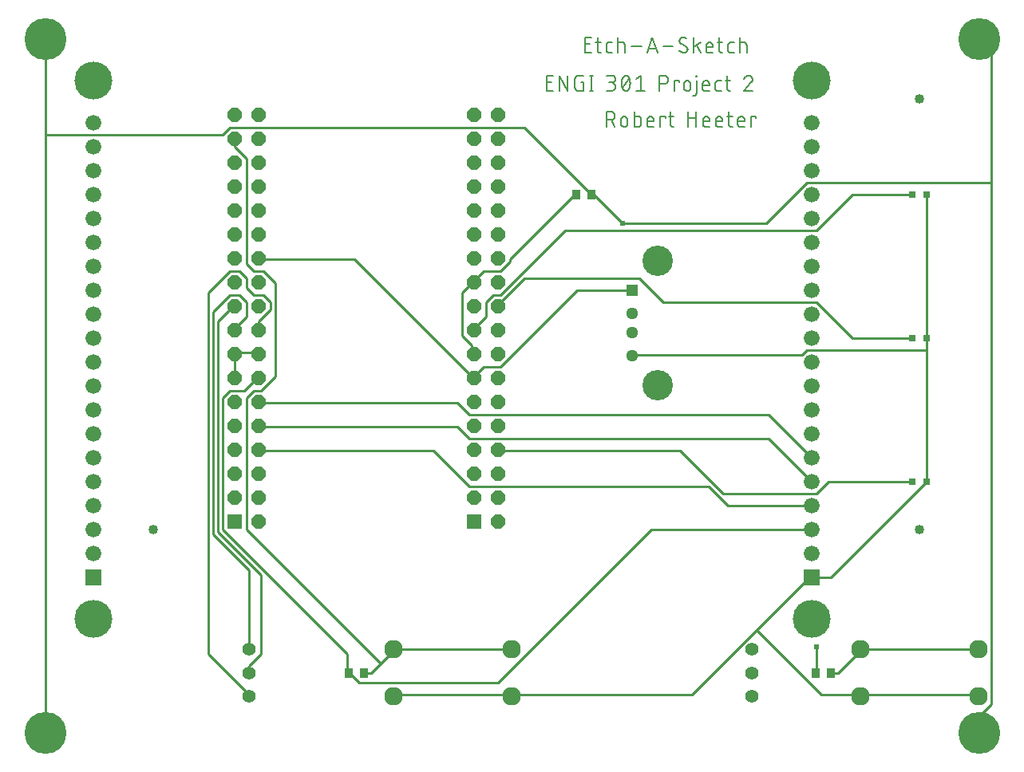
<source format=gbr>
G04 EAGLE Gerber RS-274X export*
G75*
%MOMM*%
%FSLAX34Y34*%
%LPD*%
%INTop Copper*%
%IPPOS*%
%AMOC8*
5,1,8,0,0,1.08239X$1,22.5*%
G01*
%ADD10C,0.152400*%
%ADD11R,0.800000X0.800000*%
%ADD12C,1.016000*%
%ADD13R,1.676400X1.676400*%
%ADD14C,1.676400*%
%ADD15C,4.016000*%
%ADD16R,1.288000X1.288000*%
%ADD17C,1.288000*%
%ADD18C,3.220000*%
%ADD19C,4.445000*%
%ADD20C,1.400000*%
%ADD21R,0.949959X1.031241*%
%ADD22C,1.960000*%
%ADD23R,1.524000X1.524000*%
%ADD24P,1.649562X8X112.500000*%
%ADD25C,0.254000*%
%ADD26C,0.609600*%


D10*
X617587Y760222D02*
X610362Y760222D01*
X610362Y776478D01*
X617587Y776478D01*
X615781Y769253D02*
X610362Y769253D01*
X621922Y771059D02*
X627341Y771059D01*
X623728Y776478D02*
X623728Y762931D01*
X623729Y762931D02*
X623731Y762830D01*
X623737Y762729D01*
X623746Y762628D01*
X623759Y762527D01*
X623776Y762427D01*
X623797Y762328D01*
X623821Y762230D01*
X623849Y762133D01*
X623881Y762036D01*
X623916Y761941D01*
X623955Y761848D01*
X623997Y761756D01*
X624043Y761665D01*
X624092Y761577D01*
X624144Y761490D01*
X624200Y761405D01*
X624258Y761322D01*
X624320Y761242D01*
X624385Y761164D01*
X624452Y761088D01*
X624522Y761015D01*
X624595Y760945D01*
X624671Y760878D01*
X624749Y760813D01*
X624829Y760751D01*
X624912Y760693D01*
X624997Y760637D01*
X625084Y760585D01*
X625172Y760536D01*
X625263Y760490D01*
X625355Y760448D01*
X625448Y760409D01*
X625543Y760374D01*
X625640Y760342D01*
X625737Y760314D01*
X625835Y760290D01*
X625934Y760269D01*
X626034Y760252D01*
X626135Y760239D01*
X626236Y760230D01*
X626337Y760224D01*
X626438Y760222D01*
X627341Y760222D01*
X635846Y760222D02*
X639458Y760222D01*
X635846Y760222D02*
X635745Y760224D01*
X635644Y760230D01*
X635543Y760239D01*
X635442Y760252D01*
X635342Y760269D01*
X635243Y760290D01*
X635145Y760314D01*
X635048Y760342D01*
X634951Y760374D01*
X634856Y760409D01*
X634763Y760448D01*
X634671Y760490D01*
X634580Y760536D01*
X634492Y760585D01*
X634405Y760637D01*
X634320Y760693D01*
X634237Y760751D01*
X634157Y760813D01*
X634079Y760878D01*
X634003Y760945D01*
X633930Y761015D01*
X633860Y761088D01*
X633793Y761164D01*
X633728Y761242D01*
X633666Y761322D01*
X633608Y761405D01*
X633552Y761490D01*
X633500Y761577D01*
X633451Y761665D01*
X633405Y761756D01*
X633363Y761848D01*
X633324Y761941D01*
X633289Y762036D01*
X633257Y762133D01*
X633229Y762230D01*
X633205Y762328D01*
X633184Y762427D01*
X633167Y762527D01*
X633154Y762628D01*
X633145Y762729D01*
X633139Y762830D01*
X633137Y762931D01*
X633137Y768350D01*
X633139Y768451D01*
X633145Y768552D01*
X633154Y768653D01*
X633167Y768754D01*
X633184Y768854D01*
X633205Y768953D01*
X633229Y769051D01*
X633257Y769148D01*
X633289Y769245D01*
X633324Y769340D01*
X633363Y769433D01*
X633405Y769525D01*
X633451Y769616D01*
X633500Y769705D01*
X633552Y769791D01*
X633608Y769876D01*
X633666Y769959D01*
X633728Y770039D01*
X633793Y770117D01*
X633860Y770193D01*
X633930Y770266D01*
X634003Y770336D01*
X634079Y770403D01*
X634157Y770468D01*
X634237Y770530D01*
X634320Y770588D01*
X634405Y770644D01*
X634492Y770696D01*
X634580Y770745D01*
X634671Y770791D01*
X634763Y770833D01*
X634856Y770872D01*
X634951Y770907D01*
X635048Y770939D01*
X635145Y770967D01*
X635243Y770991D01*
X635342Y771012D01*
X635442Y771029D01*
X635543Y771042D01*
X635644Y771051D01*
X635745Y771057D01*
X635846Y771059D01*
X639458Y771059D01*
X645624Y776478D02*
X645624Y760222D01*
X645624Y771059D02*
X650140Y771059D01*
X650244Y771057D01*
X650347Y771051D01*
X650451Y771041D01*
X650554Y771027D01*
X650656Y771009D01*
X650757Y770988D01*
X650858Y770962D01*
X650957Y770933D01*
X651056Y770900D01*
X651153Y770863D01*
X651248Y770822D01*
X651342Y770778D01*
X651434Y770730D01*
X651524Y770679D01*
X651613Y770624D01*
X651699Y770566D01*
X651782Y770504D01*
X651864Y770440D01*
X651942Y770372D01*
X652018Y770302D01*
X652092Y770229D01*
X652162Y770152D01*
X652230Y770074D01*
X652294Y769992D01*
X652356Y769909D01*
X652414Y769823D01*
X652469Y769734D01*
X652520Y769644D01*
X652568Y769552D01*
X652612Y769458D01*
X652653Y769363D01*
X652690Y769266D01*
X652723Y769167D01*
X652752Y769068D01*
X652778Y768967D01*
X652799Y768866D01*
X652817Y768764D01*
X652831Y768661D01*
X652841Y768557D01*
X652847Y768454D01*
X652849Y768350D01*
X652849Y760222D01*
X659970Y766544D02*
X670807Y766544D01*
X676643Y760222D02*
X682062Y776478D01*
X687481Y760222D01*
X686126Y764286D02*
X677998Y764286D01*
X693317Y766544D02*
X704154Y766544D01*
X715791Y760222D02*
X715909Y760224D01*
X716027Y760230D01*
X716145Y760239D01*
X716262Y760253D01*
X716379Y760270D01*
X716496Y760291D01*
X716611Y760316D01*
X716726Y760345D01*
X716840Y760378D01*
X716952Y760414D01*
X717063Y760454D01*
X717173Y760497D01*
X717282Y760544D01*
X717389Y760594D01*
X717494Y760649D01*
X717597Y760706D01*
X717698Y760767D01*
X717798Y760831D01*
X717895Y760898D01*
X717990Y760968D01*
X718082Y761042D01*
X718173Y761118D01*
X718260Y761198D01*
X718345Y761280D01*
X718427Y761365D01*
X718507Y761452D01*
X718583Y761543D01*
X718657Y761635D01*
X718727Y761730D01*
X718794Y761827D01*
X718858Y761927D01*
X718919Y762028D01*
X718976Y762131D01*
X719031Y762236D01*
X719081Y762343D01*
X719128Y762452D01*
X719171Y762562D01*
X719211Y762673D01*
X719247Y762785D01*
X719280Y762899D01*
X719309Y763014D01*
X719334Y763129D01*
X719355Y763246D01*
X719372Y763363D01*
X719386Y763480D01*
X719395Y763598D01*
X719401Y763716D01*
X719403Y763834D01*
X715791Y760222D02*
X715608Y760224D01*
X715426Y760231D01*
X715244Y760242D01*
X715062Y760257D01*
X714880Y760277D01*
X714699Y760300D01*
X714519Y760329D01*
X714339Y760361D01*
X714160Y760398D01*
X713983Y760439D01*
X713806Y760485D01*
X713630Y760534D01*
X713456Y760588D01*
X713282Y760646D01*
X713111Y760708D01*
X712941Y760774D01*
X712772Y760845D01*
X712605Y760919D01*
X712440Y760997D01*
X712277Y761079D01*
X712116Y761165D01*
X711957Y761255D01*
X711800Y761349D01*
X711646Y761446D01*
X711494Y761547D01*
X711344Y761652D01*
X711197Y761760D01*
X711053Y761871D01*
X710911Y761986D01*
X710772Y762105D01*
X710636Y762227D01*
X710503Y762352D01*
X710373Y762480D01*
X710824Y772866D02*
X710826Y772984D01*
X710832Y773102D01*
X710841Y773220D01*
X710855Y773337D01*
X710872Y773454D01*
X710893Y773571D01*
X710918Y773686D01*
X710947Y773801D01*
X710980Y773915D01*
X711016Y774027D01*
X711056Y774138D01*
X711099Y774248D01*
X711146Y774357D01*
X711196Y774464D01*
X711251Y774569D01*
X711308Y774672D01*
X711369Y774773D01*
X711433Y774873D01*
X711500Y774970D01*
X711570Y775065D01*
X711644Y775157D01*
X711720Y775248D01*
X711800Y775335D01*
X711882Y775420D01*
X711967Y775502D01*
X712054Y775582D01*
X712145Y775658D01*
X712237Y775732D01*
X712332Y775802D01*
X712429Y775869D01*
X712529Y775933D01*
X712630Y775994D01*
X712733Y776052D01*
X712838Y776106D01*
X712945Y776156D01*
X713054Y776203D01*
X713164Y776247D01*
X713275Y776286D01*
X713388Y776322D01*
X713501Y776355D01*
X713616Y776384D01*
X713731Y776409D01*
X713848Y776430D01*
X713965Y776447D01*
X714082Y776461D01*
X714200Y776470D01*
X714318Y776476D01*
X714436Y776478D01*
X714597Y776476D01*
X714759Y776470D01*
X714920Y776461D01*
X715081Y776447D01*
X715241Y776430D01*
X715401Y776409D01*
X715561Y776384D01*
X715720Y776355D01*
X715878Y776323D01*
X716035Y776287D01*
X716191Y776247D01*
X716347Y776203D01*
X716501Y776155D01*
X716654Y776104D01*
X716806Y776050D01*
X716957Y775991D01*
X717106Y775930D01*
X717253Y775864D01*
X717399Y775795D01*
X717544Y775723D01*
X717686Y775647D01*
X717827Y775568D01*
X717966Y775486D01*
X718102Y775400D01*
X718237Y775311D01*
X718370Y775219D01*
X718500Y775123D01*
X712629Y769705D02*
X712528Y769767D01*
X712428Y769832D01*
X712331Y769901D01*
X712236Y769973D01*
X712143Y770047D01*
X712053Y770125D01*
X711965Y770206D01*
X711880Y770289D01*
X711798Y770375D01*
X711719Y770464D01*
X711642Y770555D01*
X711569Y770649D01*
X711498Y770745D01*
X711431Y770843D01*
X711367Y770943D01*
X711306Y771046D01*
X711249Y771150D01*
X711195Y771256D01*
X711145Y771364D01*
X711098Y771473D01*
X711054Y771584D01*
X711014Y771696D01*
X710978Y771810D01*
X710946Y771924D01*
X710917Y772040D01*
X710892Y772156D01*
X710871Y772273D01*
X710854Y772391D01*
X710840Y772509D01*
X710831Y772628D01*
X710825Y772747D01*
X710823Y772866D01*
X717597Y766995D02*
X717698Y766933D01*
X717798Y766868D01*
X717895Y766799D01*
X717990Y766727D01*
X718083Y766653D01*
X718173Y766575D01*
X718261Y766494D01*
X718346Y766411D01*
X718428Y766325D01*
X718507Y766236D01*
X718584Y766145D01*
X718657Y766051D01*
X718728Y765955D01*
X718795Y765857D01*
X718859Y765757D01*
X718920Y765654D01*
X718977Y765550D01*
X719031Y765444D01*
X719081Y765336D01*
X719128Y765227D01*
X719172Y765116D01*
X719212Y765004D01*
X719248Y764890D01*
X719280Y764776D01*
X719309Y764660D01*
X719334Y764544D01*
X719355Y764427D01*
X719372Y764309D01*
X719386Y764191D01*
X719395Y764072D01*
X719401Y763953D01*
X719403Y763834D01*
X717597Y766995D02*
X712630Y769705D01*
X726033Y776478D02*
X726033Y760222D01*
X726033Y765641D02*
X733258Y771059D01*
X729194Y767898D02*
X733258Y760222D01*
X741600Y760222D02*
X746115Y760222D01*
X741600Y760222D02*
X741499Y760224D01*
X741398Y760230D01*
X741297Y760239D01*
X741196Y760252D01*
X741096Y760269D01*
X740997Y760290D01*
X740899Y760314D01*
X740802Y760342D01*
X740705Y760374D01*
X740610Y760409D01*
X740517Y760448D01*
X740425Y760490D01*
X740334Y760536D01*
X740246Y760585D01*
X740159Y760637D01*
X740074Y760693D01*
X739991Y760751D01*
X739911Y760813D01*
X739833Y760878D01*
X739757Y760945D01*
X739684Y761015D01*
X739614Y761088D01*
X739547Y761164D01*
X739482Y761242D01*
X739420Y761322D01*
X739362Y761405D01*
X739306Y761490D01*
X739254Y761577D01*
X739205Y761665D01*
X739159Y761756D01*
X739117Y761848D01*
X739078Y761941D01*
X739043Y762036D01*
X739011Y762133D01*
X738983Y762230D01*
X738959Y762328D01*
X738938Y762427D01*
X738921Y762527D01*
X738908Y762628D01*
X738899Y762729D01*
X738893Y762830D01*
X738891Y762931D01*
X738890Y762931D02*
X738890Y767447D01*
X738891Y767447D02*
X738893Y767566D01*
X738899Y767686D01*
X738909Y767805D01*
X738923Y767923D01*
X738940Y768042D01*
X738962Y768159D01*
X738987Y768276D01*
X739017Y768391D01*
X739050Y768506D01*
X739087Y768620D01*
X739127Y768732D01*
X739172Y768843D01*
X739220Y768952D01*
X739271Y769060D01*
X739326Y769166D01*
X739385Y769270D01*
X739447Y769372D01*
X739512Y769472D01*
X739581Y769570D01*
X739653Y769666D01*
X739728Y769759D01*
X739805Y769849D01*
X739886Y769937D01*
X739970Y770022D01*
X740057Y770104D01*
X740146Y770184D01*
X740238Y770260D01*
X740332Y770334D01*
X740429Y770404D01*
X740527Y770471D01*
X740628Y770535D01*
X740732Y770595D01*
X740837Y770652D01*
X740944Y770705D01*
X741052Y770755D01*
X741162Y770801D01*
X741274Y770843D01*
X741387Y770882D01*
X741501Y770917D01*
X741616Y770948D01*
X741733Y770976D01*
X741850Y770999D01*
X741967Y771019D01*
X742086Y771035D01*
X742205Y771047D01*
X742324Y771055D01*
X742443Y771059D01*
X742563Y771059D01*
X742682Y771055D01*
X742801Y771047D01*
X742920Y771035D01*
X743039Y771019D01*
X743156Y770999D01*
X743273Y770976D01*
X743390Y770948D01*
X743505Y770917D01*
X743619Y770882D01*
X743732Y770843D01*
X743844Y770801D01*
X743954Y770755D01*
X744062Y770705D01*
X744169Y770652D01*
X744274Y770595D01*
X744378Y770535D01*
X744479Y770471D01*
X744577Y770404D01*
X744674Y770334D01*
X744768Y770260D01*
X744860Y770184D01*
X744949Y770104D01*
X745036Y770022D01*
X745120Y769937D01*
X745201Y769849D01*
X745278Y769759D01*
X745353Y769666D01*
X745425Y769570D01*
X745494Y769472D01*
X745559Y769372D01*
X745621Y769270D01*
X745680Y769166D01*
X745735Y769060D01*
X745786Y768952D01*
X745834Y768843D01*
X745879Y768732D01*
X745919Y768620D01*
X745956Y768506D01*
X745989Y768391D01*
X746019Y768276D01*
X746044Y768159D01*
X746066Y768042D01*
X746083Y767923D01*
X746097Y767805D01*
X746107Y767686D01*
X746113Y767566D01*
X746115Y767447D01*
X746115Y765641D01*
X738890Y765641D01*
X751140Y771059D02*
X756559Y771059D01*
X752946Y776478D02*
X752946Y762931D01*
X752947Y762931D02*
X752949Y762830D01*
X752955Y762729D01*
X752964Y762628D01*
X752977Y762527D01*
X752994Y762427D01*
X753015Y762328D01*
X753039Y762230D01*
X753067Y762133D01*
X753099Y762036D01*
X753134Y761941D01*
X753173Y761848D01*
X753215Y761756D01*
X753261Y761665D01*
X753310Y761577D01*
X753362Y761490D01*
X753418Y761405D01*
X753476Y761322D01*
X753538Y761242D01*
X753603Y761164D01*
X753670Y761088D01*
X753740Y761015D01*
X753813Y760945D01*
X753889Y760878D01*
X753967Y760813D01*
X754047Y760751D01*
X754130Y760693D01*
X754215Y760637D01*
X754302Y760585D01*
X754390Y760536D01*
X754481Y760490D01*
X754573Y760448D01*
X754666Y760409D01*
X754761Y760374D01*
X754858Y760342D01*
X754955Y760314D01*
X755053Y760290D01*
X755152Y760269D01*
X755252Y760252D01*
X755353Y760239D01*
X755454Y760230D01*
X755555Y760224D01*
X755656Y760222D01*
X756559Y760222D01*
X765064Y760222D02*
X768676Y760222D01*
X765064Y760222D02*
X764963Y760224D01*
X764862Y760230D01*
X764761Y760239D01*
X764660Y760252D01*
X764560Y760269D01*
X764461Y760290D01*
X764363Y760314D01*
X764266Y760342D01*
X764169Y760374D01*
X764074Y760409D01*
X763981Y760448D01*
X763889Y760490D01*
X763798Y760536D01*
X763710Y760585D01*
X763623Y760637D01*
X763538Y760693D01*
X763455Y760751D01*
X763375Y760813D01*
X763297Y760878D01*
X763221Y760945D01*
X763148Y761015D01*
X763078Y761088D01*
X763011Y761164D01*
X762946Y761242D01*
X762884Y761322D01*
X762826Y761405D01*
X762770Y761490D01*
X762718Y761577D01*
X762669Y761665D01*
X762623Y761756D01*
X762581Y761848D01*
X762542Y761941D01*
X762507Y762036D01*
X762475Y762133D01*
X762447Y762230D01*
X762423Y762328D01*
X762402Y762427D01*
X762385Y762527D01*
X762372Y762628D01*
X762363Y762729D01*
X762357Y762830D01*
X762355Y762931D01*
X762355Y768350D01*
X762357Y768451D01*
X762363Y768552D01*
X762372Y768653D01*
X762385Y768754D01*
X762402Y768854D01*
X762423Y768953D01*
X762447Y769051D01*
X762475Y769148D01*
X762507Y769245D01*
X762542Y769340D01*
X762581Y769433D01*
X762623Y769525D01*
X762669Y769616D01*
X762718Y769705D01*
X762770Y769791D01*
X762826Y769876D01*
X762884Y769959D01*
X762946Y770039D01*
X763011Y770117D01*
X763078Y770193D01*
X763148Y770266D01*
X763221Y770336D01*
X763297Y770403D01*
X763375Y770468D01*
X763455Y770530D01*
X763538Y770588D01*
X763623Y770644D01*
X763710Y770696D01*
X763798Y770745D01*
X763889Y770791D01*
X763981Y770833D01*
X764074Y770872D01*
X764169Y770907D01*
X764266Y770939D01*
X764363Y770967D01*
X764461Y770991D01*
X764560Y771012D01*
X764660Y771029D01*
X764761Y771042D01*
X764862Y771051D01*
X764963Y771057D01*
X765064Y771059D01*
X768676Y771059D01*
X774842Y776478D02*
X774842Y760222D01*
X774842Y771059D02*
X779358Y771059D01*
X779462Y771057D01*
X779565Y771051D01*
X779669Y771041D01*
X779772Y771027D01*
X779874Y771009D01*
X779975Y770988D01*
X780076Y770962D01*
X780175Y770933D01*
X780274Y770900D01*
X780371Y770863D01*
X780466Y770822D01*
X780560Y770778D01*
X780652Y770730D01*
X780742Y770679D01*
X780831Y770624D01*
X780917Y770566D01*
X781000Y770504D01*
X781082Y770440D01*
X781160Y770372D01*
X781236Y770302D01*
X781310Y770229D01*
X781380Y770152D01*
X781448Y770074D01*
X781512Y769992D01*
X781574Y769909D01*
X781632Y769823D01*
X781687Y769734D01*
X781738Y769644D01*
X781786Y769552D01*
X781830Y769458D01*
X781871Y769363D01*
X781908Y769266D01*
X781941Y769167D01*
X781970Y769068D01*
X781996Y768967D01*
X782017Y768866D01*
X782035Y768764D01*
X782049Y768661D01*
X782059Y768557D01*
X782065Y768454D01*
X782067Y768350D01*
X782067Y760222D01*
X576947Y719582D02*
X569722Y719582D01*
X569722Y735838D01*
X576947Y735838D01*
X575141Y728613D02*
X569722Y728613D01*
X583239Y735838D02*
X583239Y719582D01*
X592270Y719582D02*
X583239Y735838D01*
X592270Y735838D02*
X592270Y719582D01*
X606234Y728613D02*
X608944Y728613D01*
X608944Y719582D01*
X603525Y719582D01*
X603407Y719584D01*
X603289Y719590D01*
X603171Y719599D01*
X603054Y719613D01*
X602937Y719630D01*
X602820Y719651D01*
X602705Y719676D01*
X602590Y719705D01*
X602476Y719738D01*
X602364Y719774D01*
X602253Y719814D01*
X602143Y719857D01*
X602034Y719904D01*
X601927Y719954D01*
X601822Y720009D01*
X601719Y720066D01*
X601618Y720127D01*
X601518Y720191D01*
X601421Y720258D01*
X601326Y720328D01*
X601234Y720402D01*
X601143Y720478D01*
X601056Y720558D01*
X600971Y720640D01*
X600889Y720725D01*
X600809Y720812D01*
X600733Y720903D01*
X600659Y720995D01*
X600589Y721090D01*
X600522Y721187D01*
X600458Y721287D01*
X600397Y721388D01*
X600340Y721491D01*
X600285Y721596D01*
X600235Y721703D01*
X600188Y721812D01*
X600145Y721922D01*
X600105Y722033D01*
X600069Y722145D01*
X600036Y722259D01*
X600007Y722374D01*
X599982Y722489D01*
X599961Y722606D01*
X599944Y722723D01*
X599930Y722840D01*
X599921Y722958D01*
X599915Y723076D01*
X599913Y723194D01*
X599913Y732226D01*
X599915Y732344D01*
X599921Y732462D01*
X599930Y732580D01*
X599944Y732697D01*
X599961Y732814D01*
X599982Y732931D01*
X600007Y733046D01*
X600036Y733161D01*
X600069Y733275D01*
X600105Y733387D01*
X600145Y733498D01*
X600188Y733608D01*
X600235Y733717D01*
X600285Y733824D01*
X600339Y733929D01*
X600397Y734032D01*
X600458Y734133D01*
X600522Y734233D01*
X600589Y734330D01*
X600659Y734425D01*
X600733Y734517D01*
X600809Y734608D01*
X600889Y734695D01*
X600971Y734780D01*
X601056Y734862D01*
X601143Y734942D01*
X601234Y735018D01*
X601326Y735092D01*
X601421Y735162D01*
X601518Y735229D01*
X601618Y735293D01*
X601719Y735354D01*
X601822Y735411D01*
X601927Y735465D01*
X602034Y735516D01*
X602143Y735563D01*
X602253Y735606D01*
X602364Y735646D01*
X602476Y735682D01*
X602590Y735715D01*
X602705Y735744D01*
X602820Y735769D01*
X602937Y735790D01*
X603054Y735807D01*
X603171Y735821D01*
X603289Y735830D01*
X603407Y735836D01*
X603525Y735838D01*
X608944Y735838D01*
X617454Y735838D02*
X617454Y719582D01*
X615648Y719582D02*
X619260Y719582D01*
X619260Y735838D02*
X615648Y735838D01*
X633780Y719582D02*
X638296Y719582D01*
X638429Y719584D01*
X638561Y719590D01*
X638693Y719600D01*
X638825Y719613D01*
X638957Y719631D01*
X639087Y719652D01*
X639218Y719677D01*
X639347Y719706D01*
X639475Y719739D01*
X639603Y719775D01*
X639729Y719815D01*
X639854Y719859D01*
X639978Y719907D01*
X640100Y719958D01*
X640221Y720013D01*
X640340Y720071D01*
X640458Y720133D01*
X640573Y720198D01*
X640687Y720267D01*
X640798Y720338D01*
X640907Y720414D01*
X641014Y720492D01*
X641119Y720573D01*
X641221Y720658D01*
X641321Y720745D01*
X641418Y720835D01*
X641513Y720928D01*
X641604Y721024D01*
X641693Y721122D01*
X641779Y721223D01*
X641862Y721327D01*
X641942Y721433D01*
X642018Y721541D01*
X642092Y721651D01*
X642162Y721764D01*
X642229Y721878D01*
X642292Y721995D01*
X642352Y722113D01*
X642409Y722233D01*
X642462Y722355D01*
X642511Y722478D01*
X642557Y722602D01*
X642599Y722728D01*
X642637Y722855D01*
X642672Y722983D01*
X642703Y723112D01*
X642730Y723241D01*
X642753Y723372D01*
X642773Y723503D01*
X642788Y723635D01*
X642800Y723767D01*
X642808Y723899D01*
X642812Y724032D01*
X642812Y724164D01*
X642808Y724297D01*
X642800Y724429D01*
X642788Y724561D01*
X642773Y724693D01*
X642753Y724824D01*
X642730Y724955D01*
X642703Y725084D01*
X642672Y725213D01*
X642637Y725341D01*
X642599Y725468D01*
X642557Y725594D01*
X642511Y725718D01*
X642462Y725841D01*
X642409Y725963D01*
X642352Y726083D01*
X642292Y726201D01*
X642229Y726318D01*
X642162Y726432D01*
X642092Y726545D01*
X642018Y726655D01*
X641942Y726763D01*
X641862Y726869D01*
X641779Y726973D01*
X641693Y727074D01*
X641604Y727172D01*
X641513Y727268D01*
X641418Y727361D01*
X641321Y727451D01*
X641221Y727538D01*
X641119Y727623D01*
X641014Y727704D01*
X640907Y727782D01*
X640798Y727858D01*
X640687Y727929D01*
X640573Y727998D01*
X640458Y728063D01*
X640340Y728125D01*
X640221Y728183D01*
X640100Y728238D01*
X639978Y728289D01*
X639854Y728337D01*
X639729Y728381D01*
X639603Y728421D01*
X639475Y728457D01*
X639347Y728490D01*
X639218Y728519D01*
X639087Y728544D01*
X638957Y728565D01*
X638825Y728583D01*
X638693Y728596D01*
X638561Y728606D01*
X638429Y728612D01*
X638296Y728614D01*
X639199Y735838D02*
X633780Y735838D01*
X639199Y735838D02*
X639318Y735836D01*
X639438Y735830D01*
X639557Y735820D01*
X639675Y735806D01*
X639794Y735789D01*
X639911Y735767D01*
X640028Y735742D01*
X640143Y735712D01*
X640258Y735679D01*
X640372Y735642D01*
X640484Y735602D01*
X640595Y735557D01*
X640704Y735509D01*
X640812Y735458D01*
X640918Y735403D01*
X641022Y735344D01*
X641124Y735282D01*
X641224Y735217D01*
X641322Y735148D01*
X641418Y735076D01*
X641511Y735001D01*
X641601Y734924D01*
X641689Y734843D01*
X641774Y734759D01*
X641856Y734672D01*
X641936Y734583D01*
X642012Y734491D01*
X642086Y734397D01*
X642156Y734300D01*
X642223Y734202D01*
X642287Y734101D01*
X642347Y733997D01*
X642404Y733892D01*
X642457Y733785D01*
X642507Y733677D01*
X642553Y733567D01*
X642595Y733455D01*
X642634Y733342D01*
X642669Y733228D01*
X642700Y733113D01*
X642728Y732996D01*
X642751Y732879D01*
X642771Y732762D01*
X642787Y732643D01*
X642799Y732524D01*
X642807Y732405D01*
X642811Y732286D01*
X642811Y732166D01*
X642807Y732047D01*
X642799Y731928D01*
X642787Y731809D01*
X642771Y731690D01*
X642751Y731573D01*
X642728Y731456D01*
X642700Y731339D01*
X642669Y731224D01*
X642634Y731110D01*
X642595Y730997D01*
X642553Y730885D01*
X642507Y730775D01*
X642457Y730667D01*
X642404Y730560D01*
X642347Y730455D01*
X642287Y730351D01*
X642223Y730250D01*
X642156Y730152D01*
X642086Y730055D01*
X642012Y729961D01*
X641936Y729869D01*
X641856Y729780D01*
X641774Y729693D01*
X641689Y729609D01*
X641601Y729528D01*
X641511Y729451D01*
X641418Y729376D01*
X641322Y729304D01*
X641224Y729235D01*
X641124Y729170D01*
X641022Y729108D01*
X640918Y729049D01*
X640812Y728994D01*
X640704Y728943D01*
X640595Y728895D01*
X640484Y728850D01*
X640372Y728810D01*
X640258Y728773D01*
X640143Y728740D01*
X640028Y728710D01*
X639911Y728685D01*
X639794Y728663D01*
X639675Y728646D01*
X639557Y728632D01*
X639438Y728622D01*
X639318Y728616D01*
X639199Y728614D01*
X639199Y728613D02*
X635586Y728613D01*
X649412Y727710D02*
X649416Y728030D01*
X649427Y728349D01*
X649446Y728669D01*
X649473Y728987D01*
X649507Y729305D01*
X649549Y729622D01*
X649599Y729938D01*
X649656Y730253D01*
X649720Y730566D01*
X649792Y730878D01*
X649871Y731188D01*
X649958Y731495D01*
X650052Y731801D01*
X650153Y732104D01*
X650262Y732405D01*
X650377Y732703D01*
X650500Y732999D01*
X650630Y733291D01*
X650767Y733580D01*
X650766Y733581D02*
X650805Y733689D01*
X650848Y733796D01*
X650894Y733901D01*
X650945Y734005D01*
X650998Y734107D01*
X651055Y734207D01*
X651116Y734305D01*
X651180Y734400D01*
X651247Y734494D01*
X651318Y734585D01*
X651391Y734674D01*
X651468Y734760D01*
X651547Y734843D01*
X651629Y734924D01*
X651714Y735002D01*
X651802Y735076D01*
X651892Y735148D01*
X651984Y735216D01*
X652079Y735282D01*
X652176Y735344D01*
X652275Y735402D01*
X652377Y735458D01*
X652479Y735509D01*
X652584Y735557D01*
X652690Y735602D01*
X652798Y735643D01*
X652907Y735680D01*
X653017Y735713D01*
X653129Y735742D01*
X653241Y735768D01*
X653354Y735790D01*
X653468Y735807D01*
X653582Y735821D01*
X653697Y735831D01*
X653812Y735837D01*
X653927Y735839D01*
X653927Y735838D02*
X654042Y735836D01*
X654157Y735830D01*
X654272Y735820D01*
X654386Y735806D01*
X654500Y735789D01*
X654613Y735767D01*
X654725Y735741D01*
X654837Y735712D01*
X654947Y735679D01*
X655056Y735642D01*
X655164Y735601D01*
X655270Y735556D01*
X655375Y735508D01*
X655477Y735457D01*
X655578Y735401D01*
X655678Y735343D01*
X655775Y735281D01*
X655869Y735216D01*
X655962Y735147D01*
X656052Y735075D01*
X656140Y735001D01*
X656225Y734923D01*
X656307Y734842D01*
X656386Y734759D01*
X656463Y734673D01*
X656536Y734584D01*
X656607Y734493D01*
X656674Y734399D01*
X656738Y734304D01*
X656799Y734206D01*
X656856Y734106D01*
X656909Y734004D01*
X656960Y733900D01*
X657006Y733795D01*
X657049Y733688D01*
X657088Y733580D01*
X657087Y733580D02*
X657224Y733291D01*
X657354Y732999D01*
X657477Y732703D01*
X657592Y732405D01*
X657701Y732104D01*
X657802Y731801D01*
X657896Y731495D01*
X657983Y731188D01*
X658062Y730878D01*
X658134Y730566D01*
X658198Y730253D01*
X658255Y729938D01*
X658305Y729622D01*
X658347Y729305D01*
X658381Y728987D01*
X658408Y728669D01*
X658427Y728349D01*
X658438Y728030D01*
X658442Y727710D01*
X649412Y727710D02*
X649416Y727390D01*
X649427Y727071D01*
X649446Y726751D01*
X649473Y726433D01*
X649507Y726115D01*
X649549Y725798D01*
X649599Y725482D01*
X649656Y725167D01*
X649720Y724854D01*
X649792Y724542D01*
X649871Y724232D01*
X649958Y723925D01*
X650052Y723619D01*
X650153Y723316D01*
X650262Y723015D01*
X650377Y722717D01*
X650500Y722421D01*
X650630Y722129D01*
X650767Y721840D01*
X650766Y721840D02*
X650805Y721732D01*
X650848Y721625D01*
X650894Y721520D01*
X650945Y721416D01*
X650998Y721314D01*
X651055Y721214D01*
X651116Y721116D01*
X651180Y721021D01*
X651247Y720927D01*
X651318Y720836D01*
X651391Y720747D01*
X651468Y720661D01*
X651547Y720578D01*
X651629Y720497D01*
X651714Y720419D01*
X651802Y720345D01*
X651892Y720273D01*
X651985Y720204D01*
X652079Y720139D01*
X652176Y720077D01*
X652276Y720019D01*
X652377Y719963D01*
X652479Y719912D01*
X652584Y719864D01*
X652690Y719819D01*
X652798Y719778D01*
X652907Y719741D01*
X653017Y719708D01*
X653129Y719679D01*
X653241Y719653D01*
X653354Y719631D01*
X653468Y719614D01*
X653582Y719600D01*
X653697Y719590D01*
X653812Y719584D01*
X653927Y719582D01*
X657087Y721840D02*
X657224Y722129D01*
X657354Y722421D01*
X657477Y722717D01*
X657592Y723015D01*
X657701Y723316D01*
X657802Y723619D01*
X657896Y723925D01*
X657983Y724232D01*
X658062Y724542D01*
X658134Y724854D01*
X658198Y725167D01*
X658255Y725482D01*
X658305Y725798D01*
X658347Y726115D01*
X658381Y726433D01*
X658408Y726751D01*
X658427Y727071D01*
X658438Y727390D01*
X658442Y727710D01*
X657088Y721840D02*
X657049Y721732D01*
X657006Y721625D01*
X656960Y721520D01*
X656909Y721416D01*
X656856Y721314D01*
X656799Y721214D01*
X656738Y721116D01*
X656674Y721021D01*
X656607Y720927D01*
X656536Y720836D01*
X656463Y720747D01*
X656386Y720661D01*
X656307Y720578D01*
X656225Y720497D01*
X656140Y720419D01*
X656052Y720345D01*
X655962Y720273D01*
X655869Y720204D01*
X655775Y720139D01*
X655678Y720077D01*
X655578Y720019D01*
X655477Y719963D01*
X655374Y719912D01*
X655270Y719864D01*
X655164Y719819D01*
X655056Y719778D01*
X654947Y719741D01*
X654837Y719708D01*
X654725Y719679D01*
X654613Y719653D01*
X654500Y719631D01*
X654386Y719614D01*
X654272Y719600D01*
X654157Y719590D01*
X654042Y719584D01*
X653927Y719582D01*
X650315Y723194D02*
X657539Y732226D01*
X665043Y732226D02*
X669558Y735838D01*
X669558Y719582D01*
X665043Y719582D02*
X674074Y719582D01*
X689743Y719582D02*
X689743Y735838D01*
X694258Y735838D01*
X694391Y735836D01*
X694523Y735830D01*
X694655Y735820D01*
X694787Y735807D01*
X694919Y735789D01*
X695049Y735768D01*
X695180Y735743D01*
X695309Y735714D01*
X695437Y735681D01*
X695565Y735645D01*
X695691Y735605D01*
X695816Y735561D01*
X695940Y735513D01*
X696062Y735462D01*
X696183Y735407D01*
X696302Y735349D01*
X696420Y735287D01*
X696535Y735222D01*
X696649Y735153D01*
X696760Y735082D01*
X696869Y735006D01*
X696976Y734928D01*
X697081Y734847D01*
X697183Y734762D01*
X697283Y734675D01*
X697380Y734585D01*
X697475Y734492D01*
X697566Y734396D01*
X697655Y734298D01*
X697741Y734197D01*
X697824Y734093D01*
X697904Y733987D01*
X697980Y733879D01*
X698054Y733769D01*
X698124Y733656D01*
X698191Y733542D01*
X698254Y733425D01*
X698314Y733307D01*
X698371Y733187D01*
X698424Y733065D01*
X698473Y732942D01*
X698519Y732818D01*
X698561Y732692D01*
X698599Y732565D01*
X698634Y732437D01*
X698665Y732308D01*
X698692Y732179D01*
X698715Y732048D01*
X698735Y731917D01*
X698750Y731785D01*
X698762Y731653D01*
X698770Y731521D01*
X698774Y731388D01*
X698774Y731256D01*
X698770Y731123D01*
X698762Y730991D01*
X698750Y730859D01*
X698735Y730727D01*
X698715Y730596D01*
X698692Y730465D01*
X698665Y730336D01*
X698634Y730207D01*
X698599Y730079D01*
X698561Y729952D01*
X698519Y729826D01*
X698473Y729702D01*
X698424Y729579D01*
X698371Y729457D01*
X698314Y729337D01*
X698254Y729219D01*
X698191Y729102D01*
X698124Y728988D01*
X698054Y728875D01*
X697980Y728765D01*
X697904Y728657D01*
X697824Y728551D01*
X697741Y728447D01*
X697655Y728346D01*
X697566Y728248D01*
X697475Y728152D01*
X697380Y728059D01*
X697283Y727969D01*
X697183Y727882D01*
X697081Y727797D01*
X696976Y727716D01*
X696869Y727638D01*
X696760Y727562D01*
X696649Y727491D01*
X696535Y727422D01*
X696420Y727357D01*
X696302Y727295D01*
X696183Y727237D01*
X696062Y727182D01*
X695940Y727131D01*
X695816Y727083D01*
X695691Y727039D01*
X695565Y726999D01*
X695437Y726963D01*
X695309Y726930D01*
X695180Y726901D01*
X695049Y726876D01*
X694919Y726855D01*
X694787Y726837D01*
X694655Y726824D01*
X694523Y726814D01*
X694391Y726808D01*
X694258Y726806D01*
X694258Y726807D02*
X689743Y726807D01*
X705109Y730419D02*
X705109Y719582D01*
X705109Y730419D02*
X710527Y730419D01*
X710527Y728613D01*
X715445Y726807D02*
X715445Y723194D01*
X715445Y726807D02*
X715447Y726926D01*
X715453Y727046D01*
X715463Y727165D01*
X715477Y727283D01*
X715494Y727402D01*
X715516Y727519D01*
X715541Y727636D01*
X715571Y727751D01*
X715604Y727866D01*
X715641Y727980D01*
X715681Y728092D01*
X715726Y728203D01*
X715774Y728312D01*
X715825Y728420D01*
X715880Y728526D01*
X715939Y728630D01*
X716001Y728732D01*
X716066Y728832D01*
X716135Y728930D01*
X716207Y729026D01*
X716282Y729119D01*
X716359Y729209D01*
X716440Y729297D01*
X716524Y729382D01*
X716611Y729464D01*
X716700Y729544D01*
X716792Y729620D01*
X716886Y729694D01*
X716983Y729764D01*
X717081Y729831D01*
X717182Y729895D01*
X717286Y729955D01*
X717391Y730012D01*
X717498Y730065D01*
X717606Y730115D01*
X717716Y730161D01*
X717828Y730203D01*
X717941Y730242D01*
X718055Y730277D01*
X718170Y730308D01*
X718287Y730336D01*
X718404Y730359D01*
X718521Y730379D01*
X718640Y730395D01*
X718759Y730407D01*
X718878Y730415D01*
X718997Y730419D01*
X719117Y730419D01*
X719236Y730415D01*
X719355Y730407D01*
X719474Y730395D01*
X719593Y730379D01*
X719710Y730359D01*
X719827Y730336D01*
X719944Y730308D01*
X720059Y730277D01*
X720173Y730242D01*
X720286Y730203D01*
X720398Y730161D01*
X720508Y730115D01*
X720616Y730065D01*
X720723Y730012D01*
X720828Y729955D01*
X720932Y729895D01*
X721033Y729831D01*
X721131Y729764D01*
X721228Y729694D01*
X721322Y729620D01*
X721414Y729544D01*
X721503Y729464D01*
X721590Y729382D01*
X721674Y729297D01*
X721755Y729209D01*
X721832Y729119D01*
X721907Y729026D01*
X721979Y728930D01*
X722048Y728832D01*
X722113Y728732D01*
X722175Y728630D01*
X722234Y728526D01*
X722289Y728420D01*
X722340Y728312D01*
X722388Y728203D01*
X722433Y728092D01*
X722473Y727980D01*
X722510Y727866D01*
X722543Y727751D01*
X722573Y727636D01*
X722598Y727519D01*
X722620Y727402D01*
X722637Y727283D01*
X722651Y727165D01*
X722661Y727046D01*
X722667Y726926D01*
X722669Y726807D01*
X722670Y726807D02*
X722670Y723194D01*
X722669Y723194D02*
X722667Y723075D01*
X722661Y722955D01*
X722651Y722836D01*
X722637Y722718D01*
X722620Y722599D01*
X722598Y722482D01*
X722573Y722365D01*
X722543Y722250D01*
X722510Y722135D01*
X722473Y722021D01*
X722433Y721909D01*
X722388Y721798D01*
X722340Y721689D01*
X722289Y721581D01*
X722234Y721475D01*
X722175Y721371D01*
X722113Y721269D01*
X722048Y721169D01*
X721979Y721071D01*
X721907Y720975D01*
X721832Y720882D01*
X721755Y720792D01*
X721674Y720704D01*
X721590Y720619D01*
X721503Y720537D01*
X721414Y720457D01*
X721322Y720381D01*
X721228Y720307D01*
X721131Y720237D01*
X721033Y720170D01*
X720932Y720106D01*
X720828Y720046D01*
X720723Y719989D01*
X720616Y719936D01*
X720508Y719886D01*
X720398Y719840D01*
X720286Y719798D01*
X720173Y719759D01*
X720059Y719724D01*
X719944Y719693D01*
X719827Y719665D01*
X719710Y719642D01*
X719593Y719622D01*
X719474Y719606D01*
X719355Y719594D01*
X719236Y719586D01*
X719117Y719582D01*
X718997Y719582D01*
X718878Y719586D01*
X718759Y719594D01*
X718640Y719606D01*
X718521Y719622D01*
X718404Y719642D01*
X718287Y719665D01*
X718170Y719693D01*
X718055Y719724D01*
X717941Y719759D01*
X717828Y719798D01*
X717716Y719840D01*
X717606Y719886D01*
X717498Y719936D01*
X717391Y719989D01*
X717286Y720046D01*
X717182Y720106D01*
X717081Y720170D01*
X716983Y720237D01*
X716886Y720307D01*
X716792Y720381D01*
X716700Y720457D01*
X716611Y720537D01*
X716524Y720619D01*
X716440Y720704D01*
X716359Y720792D01*
X716282Y720882D01*
X716207Y720975D01*
X716135Y721071D01*
X716066Y721169D01*
X716001Y721269D01*
X715939Y721371D01*
X715880Y721475D01*
X715825Y721581D01*
X715774Y721689D01*
X715726Y721798D01*
X715681Y721909D01*
X715641Y722021D01*
X715604Y722135D01*
X715571Y722250D01*
X715541Y722365D01*
X715516Y722482D01*
X715494Y722599D01*
X715477Y722718D01*
X715463Y722836D01*
X715453Y722955D01*
X715447Y723075D01*
X715445Y723194D01*
X728714Y716873D02*
X728714Y730419D01*
X728713Y716873D02*
X728711Y716769D01*
X728705Y716666D01*
X728695Y716562D01*
X728681Y716459D01*
X728663Y716357D01*
X728642Y716256D01*
X728616Y716155D01*
X728587Y716056D01*
X728554Y715957D01*
X728517Y715860D01*
X728476Y715765D01*
X728432Y715671D01*
X728384Y715579D01*
X728333Y715489D01*
X728278Y715400D01*
X728220Y715314D01*
X728158Y715231D01*
X728094Y715149D01*
X728026Y715071D01*
X727956Y714995D01*
X727883Y714921D01*
X727806Y714851D01*
X727728Y714783D01*
X727646Y714719D01*
X727563Y714657D01*
X727477Y714599D01*
X727388Y714544D01*
X727298Y714493D01*
X727206Y714445D01*
X727112Y714401D01*
X727017Y714360D01*
X726920Y714323D01*
X726821Y714290D01*
X726722Y714261D01*
X726621Y714235D01*
X726520Y714214D01*
X726418Y714196D01*
X726315Y714182D01*
X726211Y714172D01*
X726108Y714166D01*
X726004Y714164D01*
X726004Y714163D02*
X725101Y714163D01*
X728262Y734935D02*
X728262Y735838D01*
X729165Y735838D01*
X729165Y734935D01*
X728262Y734935D01*
X737954Y719582D02*
X742469Y719582D01*
X737954Y719582D02*
X737853Y719584D01*
X737752Y719590D01*
X737651Y719599D01*
X737550Y719612D01*
X737450Y719629D01*
X737351Y719650D01*
X737253Y719674D01*
X737156Y719702D01*
X737059Y719734D01*
X736964Y719769D01*
X736871Y719808D01*
X736779Y719850D01*
X736688Y719896D01*
X736600Y719945D01*
X736513Y719997D01*
X736428Y720053D01*
X736345Y720111D01*
X736265Y720173D01*
X736187Y720238D01*
X736111Y720305D01*
X736038Y720375D01*
X735968Y720448D01*
X735901Y720524D01*
X735836Y720602D01*
X735774Y720682D01*
X735716Y720765D01*
X735660Y720850D01*
X735608Y720937D01*
X735559Y721025D01*
X735513Y721116D01*
X735471Y721208D01*
X735432Y721301D01*
X735397Y721396D01*
X735365Y721493D01*
X735337Y721590D01*
X735313Y721688D01*
X735292Y721787D01*
X735275Y721887D01*
X735262Y721988D01*
X735253Y722089D01*
X735247Y722190D01*
X735245Y722291D01*
X735244Y722291D02*
X735244Y726807D01*
X735245Y726807D02*
X735247Y726926D01*
X735253Y727046D01*
X735263Y727165D01*
X735277Y727283D01*
X735294Y727402D01*
X735316Y727519D01*
X735341Y727636D01*
X735371Y727751D01*
X735404Y727866D01*
X735441Y727980D01*
X735481Y728092D01*
X735526Y728203D01*
X735574Y728312D01*
X735625Y728420D01*
X735680Y728526D01*
X735739Y728630D01*
X735801Y728732D01*
X735866Y728832D01*
X735935Y728930D01*
X736007Y729026D01*
X736082Y729119D01*
X736159Y729209D01*
X736240Y729297D01*
X736324Y729382D01*
X736411Y729464D01*
X736500Y729544D01*
X736592Y729620D01*
X736686Y729694D01*
X736783Y729764D01*
X736881Y729831D01*
X736982Y729895D01*
X737086Y729955D01*
X737191Y730012D01*
X737298Y730065D01*
X737406Y730115D01*
X737516Y730161D01*
X737628Y730203D01*
X737741Y730242D01*
X737855Y730277D01*
X737970Y730308D01*
X738087Y730336D01*
X738204Y730359D01*
X738321Y730379D01*
X738440Y730395D01*
X738559Y730407D01*
X738678Y730415D01*
X738797Y730419D01*
X738917Y730419D01*
X739036Y730415D01*
X739155Y730407D01*
X739274Y730395D01*
X739393Y730379D01*
X739510Y730359D01*
X739627Y730336D01*
X739744Y730308D01*
X739859Y730277D01*
X739973Y730242D01*
X740086Y730203D01*
X740198Y730161D01*
X740308Y730115D01*
X740416Y730065D01*
X740523Y730012D01*
X740628Y729955D01*
X740732Y729895D01*
X740833Y729831D01*
X740931Y729764D01*
X741028Y729694D01*
X741122Y729620D01*
X741214Y729544D01*
X741303Y729464D01*
X741390Y729382D01*
X741474Y729297D01*
X741555Y729209D01*
X741632Y729119D01*
X741707Y729026D01*
X741779Y728930D01*
X741848Y728832D01*
X741913Y728732D01*
X741975Y728630D01*
X742034Y728526D01*
X742089Y728420D01*
X742140Y728312D01*
X742188Y728203D01*
X742233Y728092D01*
X742273Y727980D01*
X742310Y727866D01*
X742343Y727751D01*
X742373Y727636D01*
X742398Y727519D01*
X742420Y727402D01*
X742437Y727283D01*
X742451Y727165D01*
X742461Y727046D01*
X742467Y726926D01*
X742469Y726807D01*
X742469Y725001D01*
X735244Y725001D01*
X751518Y719582D02*
X755131Y719582D01*
X751518Y719582D02*
X751417Y719584D01*
X751316Y719590D01*
X751215Y719599D01*
X751114Y719612D01*
X751014Y719629D01*
X750915Y719650D01*
X750817Y719674D01*
X750720Y719702D01*
X750623Y719734D01*
X750528Y719769D01*
X750435Y719808D01*
X750343Y719850D01*
X750252Y719896D01*
X750164Y719945D01*
X750077Y719997D01*
X749992Y720053D01*
X749909Y720111D01*
X749829Y720173D01*
X749751Y720238D01*
X749675Y720305D01*
X749602Y720375D01*
X749532Y720448D01*
X749465Y720524D01*
X749400Y720602D01*
X749338Y720682D01*
X749280Y720765D01*
X749224Y720850D01*
X749172Y720937D01*
X749123Y721025D01*
X749077Y721116D01*
X749035Y721208D01*
X748996Y721301D01*
X748961Y721396D01*
X748929Y721493D01*
X748901Y721590D01*
X748877Y721688D01*
X748856Y721787D01*
X748839Y721887D01*
X748826Y721988D01*
X748817Y722089D01*
X748811Y722190D01*
X748809Y722291D01*
X748809Y727710D01*
X748811Y727811D01*
X748817Y727912D01*
X748826Y728013D01*
X748839Y728114D01*
X748856Y728214D01*
X748877Y728313D01*
X748901Y728411D01*
X748929Y728508D01*
X748961Y728605D01*
X748996Y728700D01*
X749035Y728793D01*
X749077Y728885D01*
X749123Y728976D01*
X749172Y729065D01*
X749224Y729151D01*
X749280Y729236D01*
X749338Y729319D01*
X749400Y729399D01*
X749465Y729477D01*
X749532Y729553D01*
X749602Y729626D01*
X749675Y729696D01*
X749751Y729763D01*
X749829Y729828D01*
X749909Y729890D01*
X749992Y729948D01*
X750077Y730004D01*
X750164Y730056D01*
X750252Y730105D01*
X750343Y730151D01*
X750435Y730193D01*
X750528Y730232D01*
X750623Y730267D01*
X750720Y730299D01*
X750817Y730327D01*
X750915Y730351D01*
X751014Y730372D01*
X751114Y730389D01*
X751215Y730402D01*
X751316Y730411D01*
X751417Y730417D01*
X751518Y730419D01*
X755131Y730419D01*
X759478Y730419D02*
X764897Y730419D01*
X761284Y735838D02*
X761284Y722291D01*
X761286Y722190D01*
X761292Y722089D01*
X761301Y721988D01*
X761314Y721887D01*
X761331Y721787D01*
X761352Y721688D01*
X761376Y721590D01*
X761404Y721493D01*
X761436Y721396D01*
X761471Y721301D01*
X761510Y721208D01*
X761552Y721116D01*
X761598Y721025D01*
X761647Y720937D01*
X761699Y720850D01*
X761755Y720765D01*
X761813Y720682D01*
X761875Y720602D01*
X761940Y720524D01*
X762007Y720448D01*
X762077Y720375D01*
X762150Y720305D01*
X762226Y720238D01*
X762304Y720173D01*
X762384Y720111D01*
X762467Y720053D01*
X762552Y719997D01*
X762639Y719945D01*
X762727Y719896D01*
X762818Y719850D01*
X762910Y719808D01*
X763003Y719769D01*
X763098Y719734D01*
X763195Y719702D01*
X763292Y719674D01*
X763390Y719650D01*
X763489Y719629D01*
X763589Y719612D01*
X763690Y719599D01*
X763791Y719590D01*
X763892Y719584D01*
X763993Y719582D01*
X764897Y719582D01*
X784118Y735838D02*
X784243Y735836D01*
X784368Y735830D01*
X784493Y735821D01*
X784617Y735807D01*
X784741Y735790D01*
X784865Y735769D01*
X784987Y735744D01*
X785109Y735715D01*
X785230Y735683D01*
X785350Y735647D01*
X785469Y735607D01*
X785586Y735564D01*
X785702Y735517D01*
X785817Y735466D01*
X785929Y735412D01*
X786041Y735354D01*
X786150Y735294D01*
X786257Y735229D01*
X786363Y735162D01*
X786466Y735091D01*
X786567Y735017D01*
X786666Y734940D01*
X786762Y734860D01*
X786856Y734777D01*
X786947Y734692D01*
X787036Y734603D01*
X787121Y734512D01*
X787204Y734418D01*
X787284Y734322D01*
X787361Y734223D01*
X787435Y734122D01*
X787506Y734019D01*
X787573Y733913D01*
X787638Y733806D01*
X787698Y733697D01*
X787756Y733585D01*
X787810Y733473D01*
X787861Y733358D01*
X787908Y733242D01*
X787951Y733125D01*
X787991Y733006D01*
X788027Y732886D01*
X788059Y732765D01*
X788088Y732643D01*
X788113Y732521D01*
X788134Y732397D01*
X788151Y732273D01*
X788165Y732149D01*
X788174Y732024D01*
X788180Y731899D01*
X788182Y731774D01*
X784118Y735838D02*
X783975Y735836D01*
X783833Y735830D01*
X783690Y735820D01*
X783548Y735807D01*
X783407Y735789D01*
X783265Y735768D01*
X783125Y735743D01*
X782985Y735714D01*
X782846Y735681D01*
X782708Y735644D01*
X782571Y735604D01*
X782436Y735560D01*
X782301Y735512D01*
X782168Y735460D01*
X782036Y735405D01*
X781906Y735346D01*
X781778Y735284D01*
X781651Y735218D01*
X781526Y735149D01*
X781403Y735077D01*
X781283Y735001D01*
X781164Y734922D01*
X781047Y734839D01*
X780933Y734754D01*
X780821Y734665D01*
X780712Y734574D01*
X780605Y734479D01*
X780500Y734382D01*
X780399Y734281D01*
X780300Y734178D01*
X780204Y734073D01*
X780111Y733964D01*
X780021Y733853D01*
X779934Y733740D01*
X779850Y733625D01*
X779770Y733507D01*
X779692Y733387D01*
X779618Y733265D01*
X779548Y733141D01*
X779480Y733015D01*
X779417Y732887D01*
X779356Y732758D01*
X779299Y732627D01*
X779246Y732495D01*
X779197Y732361D01*
X779151Y732226D01*
X786827Y728613D02*
X786921Y728705D01*
X787011Y728799D01*
X787099Y728896D01*
X787184Y728996D01*
X787266Y729098D01*
X787345Y729203D01*
X787420Y729310D01*
X787492Y729419D01*
X787561Y729530D01*
X787627Y729644D01*
X787689Y729759D01*
X787748Y729876D01*
X787803Y729995D01*
X787854Y730115D01*
X787902Y730237D01*
X787947Y730360D01*
X787987Y730484D01*
X788024Y730610D01*
X788057Y730737D01*
X788086Y730864D01*
X788112Y730993D01*
X788133Y731122D01*
X788151Y731252D01*
X788164Y731382D01*
X788174Y731512D01*
X788180Y731643D01*
X788182Y731774D01*
X786827Y728613D02*
X779151Y719582D01*
X788182Y719582D01*
X633222Y697738D02*
X633222Y681482D01*
X633222Y697738D02*
X637738Y697738D01*
X637871Y697736D01*
X638003Y697730D01*
X638135Y697720D01*
X638267Y697707D01*
X638399Y697689D01*
X638529Y697668D01*
X638660Y697643D01*
X638789Y697614D01*
X638917Y697581D01*
X639045Y697545D01*
X639171Y697505D01*
X639296Y697461D01*
X639420Y697413D01*
X639542Y697362D01*
X639663Y697307D01*
X639782Y697249D01*
X639900Y697187D01*
X640015Y697122D01*
X640129Y697053D01*
X640240Y696982D01*
X640349Y696906D01*
X640456Y696828D01*
X640561Y696747D01*
X640663Y696662D01*
X640763Y696575D01*
X640860Y696485D01*
X640955Y696392D01*
X641046Y696296D01*
X641135Y696198D01*
X641221Y696097D01*
X641304Y695993D01*
X641384Y695887D01*
X641460Y695779D01*
X641534Y695669D01*
X641604Y695556D01*
X641671Y695442D01*
X641734Y695325D01*
X641794Y695207D01*
X641851Y695087D01*
X641904Y694965D01*
X641953Y694842D01*
X641999Y694718D01*
X642041Y694592D01*
X642079Y694465D01*
X642114Y694337D01*
X642145Y694208D01*
X642172Y694079D01*
X642195Y693948D01*
X642215Y693817D01*
X642230Y693685D01*
X642242Y693553D01*
X642250Y693421D01*
X642254Y693288D01*
X642254Y693156D01*
X642250Y693023D01*
X642242Y692891D01*
X642230Y692759D01*
X642215Y692627D01*
X642195Y692496D01*
X642172Y692365D01*
X642145Y692236D01*
X642114Y692107D01*
X642079Y691979D01*
X642041Y691852D01*
X641999Y691726D01*
X641953Y691602D01*
X641904Y691479D01*
X641851Y691357D01*
X641794Y691237D01*
X641734Y691119D01*
X641671Y691002D01*
X641604Y690888D01*
X641534Y690775D01*
X641460Y690665D01*
X641384Y690557D01*
X641304Y690451D01*
X641221Y690347D01*
X641135Y690246D01*
X641046Y690148D01*
X640955Y690052D01*
X640860Y689959D01*
X640763Y689869D01*
X640663Y689782D01*
X640561Y689697D01*
X640456Y689616D01*
X640349Y689538D01*
X640240Y689462D01*
X640129Y689391D01*
X640015Y689322D01*
X639900Y689257D01*
X639782Y689195D01*
X639663Y689137D01*
X639542Y689082D01*
X639420Y689031D01*
X639296Y688983D01*
X639171Y688939D01*
X639045Y688899D01*
X638917Y688863D01*
X638789Y688830D01*
X638660Y688801D01*
X638529Y688776D01*
X638399Y688755D01*
X638267Y688737D01*
X638135Y688724D01*
X638003Y688714D01*
X637871Y688708D01*
X637738Y688706D01*
X637738Y688707D02*
X633222Y688707D01*
X638641Y688707D02*
X642253Y681482D01*
X648623Y685094D02*
X648623Y688707D01*
X648625Y688826D01*
X648631Y688946D01*
X648641Y689065D01*
X648655Y689183D01*
X648672Y689302D01*
X648694Y689419D01*
X648719Y689536D01*
X648749Y689651D01*
X648782Y689766D01*
X648819Y689880D01*
X648859Y689992D01*
X648904Y690103D01*
X648952Y690212D01*
X649003Y690320D01*
X649058Y690426D01*
X649117Y690530D01*
X649179Y690632D01*
X649244Y690732D01*
X649313Y690830D01*
X649385Y690926D01*
X649460Y691019D01*
X649537Y691109D01*
X649618Y691197D01*
X649702Y691282D01*
X649789Y691364D01*
X649878Y691444D01*
X649970Y691520D01*
X650064Y691594D01*
X650161Y691664D01*
X650259Y691731D01*
X650360Y691795D01*
X650464Y691855D01*
X650569Y691912D01*
X650676Y691965D01*
X650784Y692015D01*
X650894Y692061D01*
X651006Y692103D01*
X651119Y692142D01*
X651233Y692177D01*
X651348Y692208D01*
X651465Y692236D01*
X651582Y692259D01*
X651699Y692279D01*
X651818Y692295D01*
X651937Y692307D01*
X652056Y692315D01*
X652175Y692319D01*
X652295Y692319D01*
X652414Y692315D01*
X652533Y692307D01*
X652652Y692295D01*
X652771Y692279D01*
X652888Y692259D01*
X653005Y692236D01*
X653122Y692208D01*
X653237Y692177D01*
X653351Y692142D01*
X653464Y692103D01*
X653576Y692061D01*
X653686Y692015D01*
X653794Y691965D01*
X653901Y691912D01*
X654006Y691855D01*
X654110Y691795D01*
X654211Y691731D01*
X654309Y691664D01*
X654406Y691594D01*
X654500Y691520D01*
X654592Y691444D01*
X654681Y691364D01*
X654768Y691282D01*
X654852Y691197D01*
X654933Y691109D01*
X655010Y691019D01*
X655085Y690926D01*
X655157Y690830D01*
X655226Y690732D01*
X655291Y690632D01*
X655353Y690530D01*
X655412Y690426D01*
X655467Y690320D01*
X655518Y690212D01*
X655566Y690103D01*
X655611Y689992D01*
X655651Y689880D01*
X655688Y689766D01*
X655721Y689651D01*
X655751Y689536D01*
X655776Y689419D01*
X655798Y689302D01*
X655815Y689183D01*
X655829Y689065D01*
X655839Y688946D01*
X655845Y688826D01*
X655847Y688707D01*
X655848Y688707D02*
X655848Y685094D01*
X655847Y685094D02*
X655845Y684975D01*
X655839Y684855D01*
X655829Y684736D01*
X655815Y684618D01*
X655798Y684499D01*
X655776Y684382D01*
X655751Y684265D01*
X655721Y684150D01*
X655688Y684035D01*
X655651Y683921D01*
X655611Y683809D01*
X655566Y683698D01*
X655518Y683589D01*
X655467Y683481D01*
X655412Y683375D01*
X655353Y683271D01*
X655291Y683169D01*
X655226Y683069D01*
X655157Y682971D01*
X655085Y682875D01*
X655010Y682782D01*
X654933Y682692D01*
X654852Y682604D01*
X654768Y682519D01*
X654681Y682437D01*
X654592Y682357D01*
X654500Y682281D01*
X654406Y682207D01*
X654309Y682137D01*
X654211Y682070D01*
X654110Y682006D01*
X654006Y681946D01*
X653901Y681889D01*
X653794Y681836D01*
X653686Y681786D01*
X653576Y681740D01*
X653464Y681698D01*
X653351Y681659D01*
X653237Y681624D01*
X653122Y681593D01*
X653005Y681565D01*
X652888Y681542D01*
X652771Y681522D01*
X652652Y681506D01*
X652533Y681494D01*
X652414Y681486D01*
X652295Y681482D01*
X652175Y681482D01*
X652056Y681486D01*
X651937Y681494D01*
X651818Y681506D01*
X651699Y681522D01*
X651582Y681542D01*
X651465Y681565D01*
X651348Y681593D01*
X651233Y681624D01*
X651119Y681659D01*
X651006Y681698D01*
X650894Y681740D01*
X650784Y681786D01*
X650676Y681836D01*
X650569Y681889D01*
X650464Y681946D01*
X650360Y682006D01*
X650259Y682070D01*
X650161Y682137D01*
X650064Y682207D01*
X649970Y682281D01*
X649878Y682357D01*
X649789Y682437D01*
X649702Y682519D01*
X649618Y682604D01*
X649537Y682692D01*
X649460Y682782D01*
X649385Y682875D01*
X649313Y682971D01*
X649244Y683069D01*
X649179Y683169D01*
X649117Y683271D01*
X649058Y683375D01*
X649003Y683481D01*
X648952Y683589D01*
X648904Y683698D01*
X648859Y683809D01*
X648819Y683921D01*
X648782Y684035D01*
X648749Y684150D01*
X648719Y684265D01*
X648694Y684382D01*
X648672Y684499D01*
X648655Y684618D01*
X648641Y684736D01*
X648631Y684855D01*
X648625Y684975D01*
X648623Y685094D01*
X662764Y681482D02*
X662764Y697738D01*
X662764Y681482D02*
X667280Y681482D01*
X667384Y681484D01*
X667487Y681490D01*
X667591Y681500D01*
X667694Y681514D01*
X667796Y681532D01*
X667897Y681553D01*
X667998Y681579D01*
X668097Y681608D01*
X668196Y681641D01*
X668293Y681678D01*
X668388Y681719D01*
X668482Y681763D01*
X668574Y681811D01*
X668664Y681862D01*
X668753Y681917D01*
X668839Y681975D01*
X668922Y682037D01*
X669004Y682101D01*
X669082Y682169D01*
X669158Y682239D01*
X669232Y682312D01*
X669302Y682389D01*
X669370Y682467D01*
X669434Y682549D01*
X669496Y682632D01*
X669554Y682718D01*
X669609Y682807D01*
X669660Y682897D01*
X669708Y682989D01*
X669752Y683083D01*
X669793Y683178D01*
X669830Y683275D01*
X669863Y683374D01*
X669892Y683473D01*
X669918Y683574D01*
X669939Y683675D01*
X669957Y683777D01*
X669971Y683880D01*
X669981Y683984D01*
X669987Y684087D01*
X669989Y684191D01*
X669989Y689610D01*
X669987Y689711D01*
X669981Y689812D01*
X669972Y689913D01*
X669959Y690014D01*
X669942Y690114D01*
X669921Y690213D01*
X669897Y690311D01*
X669869Y690408D01*
X669837Y690505D01*
X669802Y690600D01*
X669763Y690693D01*
X669721Y690785D01*
X669675Y690876D01*
X669626Y690965D01*
X669574Y691051D01*
X669518Y691136D01*
X669460Y691219D01*
X669398Y691299D01*
X669333Y691377D01*
X669266Y691453D01*
X669196Y691526D01*
X669123Y691596D01*
X669047Y691663D01*
X668969Y691728D01*
X668889Y691790D01*
X668806Y691848D01*
X668721Y691904D01*
X668635Y691956D01*
X668546Y692005D01*
X668455Y692051D01*
X668363Y692093D01*
X668270Y692132D01*
X668175Y692167D01*
X668078Y692199D01*
X667981Y692227D01*
X667883Y692251D01*
X667784Y692272D01*
X667684Y692289D01*
X667583Y692302D01*
X667482Y692311D01*
X667381Y692317D01*
X667280Y692319D01*
X662764Y692319D01*
X678947Y681482D02*
X683463Y681482D01*
X678947Y681482D02*
X678846Y681484D01*
X678745Y681490D01*
X678644Y681499D01*
X678543Y681512D01*
X678443Y681529D01*
X678344Y681550D01*
X678246Y681574D01*
X678149Y681602D01*
X678052Y681634D01*
X677957Y681669D01*
X677864Y681708D01*
X677772Y681750D01*
X677681Y681796D01*
X677593Y681845D01*
X677506Y681897D01*
X677421Y681953D01*
X677338Y682011D01*
X677258Y682073D01*
X677180Y682138D01*
X677104Y682205D01*
X677031Y682275D01*
X676961Y682348D01*
X676894Y682424D01*
X676829Y682502D01*
X676767Y682582D01*
X676709Y682665D01*
X676653Y682750D01*
X676601Y682837D01*
X676552Y682925D01*
X676506Y683016D01*
X676464Y683108D01*
X676425Y683201D01*
X676390Y683296D01*
X676358Y683393D01*
X676330Y683490D01*
X676306Y683588D01*
X676285Y683687D01*
X676268Y683787D01*
X676255Y683888D01*
X676246Y683989D01*
X676240Y684090D01*
X676238Y684191D01*
X676238Y688707D01*
X676240Y688826D01*
X676246Y688946D01*
X676256Y689065D01*
X676270Y689183D01*
X676287Y689302D01*
X676309Y689419D01*
X676334Y689536D01*
X676364Y689651D01*
X676397Y689766D01*
X676434Y689880D01*
X676474Y689992D01*
X676519Y690103D01*
X676567Y690212D01*
X676618Y690320D01*
X676673Y690426D01*
X676732Y690530D01*
X676794Y690632D01*
X676859Y690732D01*
X676928Y690830D01*
X677000Y690926D01*
X677075Y691019D01*
X677152Y691109D01*
X677233Y691197D01*
X677317Y691282D01*
X677404Y691364D01*
X677493Y691444D01*
X677585Y691520D01*
X677679Y691594D01*
X677776Y691664D01*
X677874Y691731D01*
X677975Y691795D01*
X678079Y691855D01*
X678184Y691912D01*
X678291Y691965D01*
X678399Y692015D01*
X678509Y692061D01*
X678621Y692103D01*
X678734Y692142D01*
X678848Y692177D01*
X678963Y692208D01*
X679080Y692236D01*
X679197Y692259D01*
X679314Y692279D01*
X679433Y692295D01*
X679552Y692307D01*
X679671Y692315D01*
X679790Y692319D01*
X679910Y692319D01*
X680029Y692315D01*
X680148Y692307D01*
X680267Y692295D01*
X680386Y692279D01*
X680503Y692259D01*
X680620Y692236D01*
X680737Y692208D01*
X680852Y692177D01*
X680966Y692142D01*
X681079Y692103D01*
X681191Y692061D01*
X681301Y692015D01*
X681409Y691965D01*
X681516Y691912D01*
X681621Y691855D01*
X681725Y691795D01*
X681826Y691731D01*
X681924Y691664D01*
X682021Y691594D01*
X682115Y691520D01*
X682207Y691444D01*
X682296Y691364D01*
X682383Y691282D01*
X682467Y691197D01*
X682548Y691109D01*
X682625Y691019D01*
X682700Y690926D01*
X682772Y690830D01*
X682841Y690732D01*
X682906Y690632D01*
X682968Y690530D01*
X683027Y690426D01*
X683082Y690320D01*
X683133Y690212D01*
X683181Y690103D01*
X683226Y689992D01*
X683266Y689880D01*
X683303Y689766D01*
X683336Y689651D01*
X683366Y689536D01*
X683391Y689419D01*
X683413Y689302D01*
X683430Y689183D01*
X683444Y689065D01*
X683454Y688946D01*
X683460Y688826D01*
X683462Y688707D01*
X683463Y688707D02*
X683463Y686901D01*
X676238Y686901D01*
X690391Y681482D02*
X690391Y692319D01*
X695809Y692319D01*
X695809Y690513D01*
X699429Y692319D02*
X704848Y692319D01*
X701236Y697738D02*
X701236Y684191D01*
X701238Y684090D01*
X701244Y683989D01*
X701253Y683888D01*
X701266Y683787D01*
X701283Y683687D01*
X701304Y683588D01*
X701328Y683490D01*
X701356Y683393D01*
X701388Y683296D01*
X701423Y683201D01*
X701462Y683108D01*
X701504Y683016D01*
X701550Y682925D01*
X701599Y682837D01*
X701651Y682750D01*
X701707Y682665D01*
X701765Y682582D01*
X701827Y682502D01*
X701892Y682424D01*
X701959Y682348D01*
X702029Y682275D01*
X702102Y682205D01*
X702178Y682138D01*
X702256Y682073D01*
X702336Y682011D01*
X702419Y681953D01*
X702504Y681897D01*
X702591Y681845D01*
X702679Y681796D01*
X702770Y681750D01*
X702862Y681708D01*
X702955Y681669D01*
X703050Y681634D01*
X703147Y681602D01*
X703244Y681574D01*
X703342Y681550D01*
X703441Y681529D01*
X703541Y681512D01*
X703642Y681499D01*
X703743Y681490D01*
X703844Y681484D01*
X703945Y681482D01*
X704848Y681482D01*
X719623Y681482D02*
X719623Y697738D01*
X719623Y690513D02*
X728654Y690513D01*
X728654Y697738D02*
X728654Y681482D01*
X738346Y681482D02*
X742861Y681482D01*
X738346Y681482D02*
X738245Y681484D01*
X738144Y681490D01*
X738043Y681499D01*
X737942Y681512D01*
X737842Y681529D01*
X737743Y681550D01*
X737645Y681574D01*
X737548Y681602D01*
X737451Y681634D01*
X737356Y681669D01*
X737263Y681708D01*
X737171Y681750D01*
X737080Y681796D01*
X736992Y681845D01*
X736905Y681897D01*
X736820Y681953D01*
X736737Y682011D01*
X736657Y682073D01*
X736579Y682138D01*
X736503Y682205D01*
X736430Y682275D01*
X736360Y682348D01*
X736293Y682424D01*
X736228Y682502D01*
X736166Y682582D01*
X736108Y682665D01*
X736052Y682750D01*
X736000Y682837D01*
X735951Y682925D01*
X735905Y683016D01*
X735863Y683108D01*
X735824Y683201D01*
X735789Y683296D01*
X735757Y683393D01*
X735729Y683490D01*
X735705Y683588D01*
X735684Y683687D01*
X735667Y683787D01*
X735654Y683888D01*
X735645Y683989D01*
X735639Y684090D01*
X735637Y684191D01*
X735636Y684191D02*
X735636Y688707D01*
X735637Y688707D02*
X735639Y688826D01*
X735645Y688946D01*
X735655Y689065D01*
X735669Y689183D01*
X735686Y689302D01*
X735708Y689419D01*
X735733Y689536D01*
X735763Y689651D01*
X735796Y689766D01*
X735833Y689880D01*
X735873Y689992D01*
X735918Y690103D01*
X735966Y690212D01*
X736017Y690320D01*
X736072Y690426D01*
X736131Y690530D01*
X736193Y690632D01*
X736258Y690732D01*
X736327Y690830D01*
X736399Y690926D01*
X736474Y691019D01*
X736551Y691109D01*
X736632Y691197D01*
X736716Y691282D01*
X736803Y691364D01*
X736892Y691444D01*
X736984Y691520D01*
X737078Y691594D01*
X737175Y691664D01*
X737273Y691731D01*
X737374Y691795D01*
X737478Y691855D01*
X737583Y691912D01*
X737690Y691965D01*
X737798Y692015D01*
X737908Y692061D01*
X738020Y692103D01*
X738133Y692142D01*
X738247Y692177D01*
X738362Y692208D01*
X738479Y692236D01*
X738596Y692259D01*
X738713Y692279D01*
X738832Y692295D01*
X738951Y692307D01*
X739070Y692315D01*
X739189Y692319D01*
X739309Y692319D01*
X739428Y692315D01*
X739547Y692307D01*
X739666Y692295D01*
X739785Y692279D01*
X739902Y692259D01*
X740019Y692236D01*
X740136Y692208D01*
X740251Y692177D01*
X740365Y692142D01*
X740478Y692103D01*
X740590Y692061D01*
X740700Y692015D01*
X740808Y691965D01*
X740915Y691912D01*
X741020Y691855D01*
X741124Y691795D01*
X741225Y691731D01*
X741323Y691664D01*
X741420Y691594D01*
X741514Y691520D01*
X741606Y691444D01*
X741695Y691364D01*
X741782Y691282D01*
X741866Y691197D01*
X741947Y691109D01*
X742024Y691019D01*
X742099Y690926D01*
X742171Y690830D01*
X742240Y690732D01*
X742305Y690632D01*
X742367Y690530D01*
X742426Y690426D01*
X742481Y690320D01*
X742532Y690212D01*
X742580Y690103D01*
X742625Y689992D01*
X742665Y689880D01*
X742702Y689766D01*
X742735Y689651D01*
X742765Y689536D01*
X742790Y689419D01*
X742812Y689302D01*
X742829Y689183D01*
X742843Y689065D01*
X742853Y688946D01*
X742859Y688826D01*
X742861Y688707D01*
X742861Y686901D01*
X735636Y686901D01*
X751893Y681482D02*
X756408Y681482D01*
X751893Y681482D02*
X751792Y681484D01*
X751691Y681490D01*
X751590Y681499D01*
X751489Y681512D01*
X751389Y681529D01*
X751290Y681550D01*
X751192Y681574D01*
X751095Y681602D01*
X750998Y681634D01*
X750903Y681669D01*
X750810Y681708D01*
X750718Y681750D01*
X750627Y681796D01*
X750539Y681845D01*
X750452Y681897D01*
X750367Y681953D01*
X750284Y682011D01*
X750204Y682073D01*
X750126Y682138D01*
X750050Y682205D01*
X749977Y682275D01*
X749907Y682348D01*
X749840Y682424D01*
X749775Y682502D01*
X749713Y682582D01*
X749655Y682665D01*
X749599Y682750D01*
X749547Y682837D01*
X749498Y682925D01*
X749452Y683016D01*
X749410Y683108D01*
X749371Y683201D01*
X749336Y683296D01*
X749304Y683393D01*
X749276Y683490D01*
X749252Y683588D01*
X749231Y683687D01*
X749214Y683787D01*
X749201Y683888D01*
X749192Y683989D01*
X749186Y684090D01*
X749184Y684191D01*
X749184Y688707D01*
X749186Y688826D01*
X749192Y688946D01*
X749202Y689065D01*
X749216Y689183D01*
X749233Y689302D01*
X749255Y689419D01*
X749280Y689536D01*
X749310Y689651D01*
X749343Y689766D01*
X749380Y689880D01*
X749420Y689992D01*
X749465Y690103D01*
X749513Y690212D01*
X749564Y690320D01*
X749619Y690426D01*
X749678Y690530D01*
X749740Y690632D01*
X749805Y690732D01*
X749874Y690830D01*
X749946Y690926D01*
X750021Y691019D01*
X750098Y691109D01*
X750179Y691197D01*
X750263Y691282D01*
X750350Y691364D01*
X750439Y691444D01*
X750531Y691520D01*
X750625Y691594D01*
X750722Y691664D01*
X750820Y691731D01*
X750921Y691795D01*
X751025Y691855D01*
X751130Y691912D01*
X751237Y691965D01*
X751345Y692015D01*
X751455Y692061D01*
X751567Y692103D01*
X751680Y692142D01*
X751794Y692177D01*
X751909Y692208D01*
X752026Y692236D01*
X752143Y692259D01*
X752260Y692279D01*
X752379Y692295D01*
X752498Y692307D01*
X752617Y692315D01*
X752736Y692319D01*
X752856Y692319D01*
X752975Y692315D01*
X753094Y692307D01*
X753213Y692295D01*
X753332Y692279D01*
X753449Y692259D01*
X753566Y692236D01*
X753683Y692208D01*
X753798Y692177D01*
X753912Y692142D01*
X754025Y692103D01*
X754137Y692061D01*
X754247Y692015D01*
X754355Y691965D01*
X754462Y691912D01*
X754567Y691855D01*
X754671Y691795D01*
X754772Y691731D01*
X754870Y691664D01*
X754967Y691594D01*
X755061Y691520D01*
X755153Y691444D01*
X755242Y691364D01*
X755329Y691282D01*
X755413Y691197D01*
X755494Y691109D01*
X755571Y691019D01*
X755646Y690926D01*
X755718Y690830D01*
X755787Y690732D01*
X755852Y690632D01*
X755914Y690530D01*
X755973Y690426D01*
X756028Y690320D01*
X756079Y690212D01*
X756127Y690103D01*
X756172Y689992D01*
X756212Y689880D01*
X756249Y689766D01*
X756282Y689651D01*
X756312Y689536D01*
X756337Y689419D01*
X756359Y689302D01*
X756376Y689183D01*
X756390Y689065D01*
X756400Y688946D01*
X756406Y688826D01*
X756408Y688707D01*
X756408Y686901D01*
X749184Y686901D01*
X761433Y692319D02*
X766852Y692319D01*
X763240Y697738D02*
X763240Y684191D01*
X763242Y684090D01*
X763248Y683989D01*
X763257Y683888D01*
X763270Y683787D01*
X763287Y683687D01*
X763308Y683588D01*
X763332Y683490D01*
X763360Y683393D01*
X763392Y683296D01*
X763427Y683201D01*
X763466Y683108D01*
X763508Y683016D01*
X763554Y682925D01*
X763603Y682837D01*
X763655Y682750D01*
X763711Y682665D01*
X763769Y682582D01*
X763831Y682502D01*
X763896Y682424D01*
X763963Y682348D01*
X764033Y682275D01*
X764106Y682205D01*
X764182Y682138D01*
X764260Y682073D01*
X764340Y682011D01*
X764423Y681953D01*
X764508Y681897D01*
X764595Y681845D01*
X764683Y681796D01*
X764774Y681750D01*
X764866Y681708D01*
X764959Y681669D01*
X765054Y681634D01*
X765151Y681602D01*
X765248Y681574D01*
X765346Y681550D01*
X765445Y681529D01*
X765545Y681512D01*
X765646Y681499D01*
X765747Y681490D01*
X765848Y681484D01*
X765949Y681482D01*
X766852Y681482D01*
X775340Y681482D02*
X779855Y681482D01*
X775340Y681482D02*
X775239Y681484D01*
X775138Y681490D01*
X775037Y681499D01*
X774936Y681512D01*
X774836Y681529D01*
X774737Y681550D01*
X774639Y681574D01*
X774542Y681602D01*
X774445Y681634D01*
X774350Y681669D01*
X774257Y681708D01*
X774165Y681750D01*
X774074Y681796D01*
X773986Y681845D01*
X773899Y681897D01*
X773814Y681953D01*
X773731Y682011D01*
X773651Y682073D01*
X773573Y682138D01*
X773497Y682205D01*
X773424Y682275D01*
X773354Y682348D01*
X773287Y682424D01*
X773222Y682502D01*
X773160Y682582D01*
X773102Y682665D01*
X773046Y682750D01*
X772994Y682837D01*
X772945Y682925D01*
X772899Y683016D01*
X772857Y683108D01*
X772818Y683201D01*
X772783Y683296D01*
X772751Y683393D01*
X772723Y683490D01*
X772699Y683588D01*
X772678Y683687D01*
X772661Y683787D01*
X772648Y683888D01*
X772639Y683989D01*
X772633Y684090D01*
X772631Y684191D01*
X772630Y684191D02*
X772630Y688707D01*
X772631Y688707D02*
X772633Y688826D01*
X772639Y688946D01*
X772649Y689065D01*
X772663Y689183D01*
X772680Y689302D01*
X772702Y689419D01*
X772727Y689536D01*
X772757Y689651D01*
X772790Y689766D01*
X772827Y689880D01*
X772867Y689992D01*
X772912Y690103D01*
X772960Y690212D01*
X773011Y690320D01*
X773066Y690426D01*
X773125Y690530D01*
X773187Y690632D01*
X773252Y690732D01*
X773321Y690830D01*
X773393Y690926D01*
X773468Y691019D01*
X773545Y691109D01*
X773626Y691197D01*
X773710Y691282D01*
X773797Y691364D01*
X773886Y691444D01*
X773978Y691520D01*
X774072Y691594D01*
X774169Y691664D01*
X774267Y691731D01*
X774368Y691795D01*
X774472Y691855D01*
X774577Y691912D01*
X774684Y691965D01*
X774792Y692015D01*
X774902Y692061D01*
X775014Y692103D01*
X775127Y692142D01*
X775241Y692177D01*
X775356Y692208D01*
X775473Y692236D01*
X775590Y692259D01*
X775707Y692279D01*
X775826Y692295D01*
X775945Y692307D01*
X776064Y692315D01*
X776183Y692319D01*
X776303Y692319D01*
X776422Y692315D01*
X776541Y692307D01*
X776660Y692295D01*
X776779Y692279D01*
X776896Y692259D01*
X777013Y692236D01*
X777130Y692208D01*
X777245Y692177D01*
X777359Y692142D01*
X777472Y692103D01*
X777584Y692061D01*
X777694Y692015D01*
X777802Y691965D01*
X777909Y691912D01*
X778014Y691855D01*
X778118Y691795D01*
X778219Y691731D01*
X778317Y691664D01*
X778414Y691594D01*
X778508Y691520D01*
X778600Y691444D01*
X778689Y691364D01*
X778776Y691282D01*
X778860Y691197D01*
X778941Y691109D01*
X779018Y691019D01*
X779093Y690926D01*
X779165Y690830D01*
X779234Y690732D01*
X779299Y690632D01*
X779361Y690530D01*
X779420Y690426D01*
X779475Y690320D01*
X779526Y690212D01*
X779574Y690103D01*
X779619Y689992D01*
X779659Y689880D01*
X779696Y689766D01*
X779729Y689651D01*
X779759Y689536D01*
X779784Y689419D01*
X779806Y689302D01*
X779823Y689183D01*
X779837Y689065D01*
X779847Y688946D01*
X779853Y688826D01*
X779855Y688707D01*
X779855Y686901D01*
X772630Y686901D01*
X786783Y681482D02*
X786783Y692319D01*
X792202Y692319D01*
X792202Y690513D01*
D11*
X957700Y609600D03*
X972700Y609600D03*
X957700Y457200D03*
X972700Y457200D03*
X957700Y304800D03*
X972700Y304800D03*
D12*
X152400Y254000D03*
X965200Y711200D03*
X965200Y254000D03*
D13*
X88900Y203200D03*
D14*
X88900Y228600D03*
X88900Y254000D03*
X88900Y279400D03*
X88900Y304800D03*
X88900Y330200D03*
X88900Y355600D03*
X88900Y381000D03*
X88900Y406400D03*
X88900Y431800D03*
X88900Y457200D03*
X88900Y482600D03*
X88900Y508000D03*
X88900Y533400D03*
X88900Y558800D03*
X88900Y584200D03*
X88900Y609600D03*
X88900Y635000D03*
X88900Y660400D03*
X88900Y685800D03*
D13*
X850900Y203200D03*
D14*
X850900Y228600D03*
X850900Y254000D03*
X850900Y279400D03*
X850900Y304800D03*
X850900Y330200D03*
X850900Y355600D03*
X850900Y381000D03*
X850900Y406400D03*
X850900Y431800D03*
X850900Y457200D03*
X850900Y482600D03*
X850900Y508000D03*
X850900Y533400D03*
X850900Y558800D03*
X850900Y584200D03*
X850900Y609600D03*
X850900Y635000D03*
X850900Y660400D03*
X850900Y685800D03*
D15*
X850900Y158750D03*
X850900Y730250D03*
X88900Y158750D03*
X88900Y730250D03*
D16*
X660400Y508000D03*
D17*
X660400Y483000D03*
X660400Y463000D03*
X660400Y438000D03*
D18*
X687500Y538700D03*
X687500Y407300D03*
D19*
X1028700Y774700D03*
X1028700Y38100D03*
X38100Y774700D03*
X38100Y38100D03*
D20*
X254000Y76600D03*
X254000Y101600D03*
X254000Y126600D03*
X787400Y76600D03*
X787400Y101600D03*
X787400Y126600D03*
D21*
X360299Y101600D03*
X376301Y101600D03*
X855599Y101600D03*
X871601Y101600D03*
X601599Y609600D03*
X617601Y609600D03*
D22*
X532400Y126600D03*
X532400Y76600D03*
X407400Y76600D03*
X407400Y126600D03*
X1027700Y126600D03*
X1027700Y76600D03*
X902700Y76600D03*
X902700Y126600D03*
D23*
X238500Y262300D03*
D24*
X263900Y262300D03*
X238500Y287700D03*
X263900Y287700D03*
X238500Y313100D03*
X263900Y313100D03*
X238500Y338500D03*
X263900Y338500D03*
X238500Y363900D03*
X263900Y363900D03*
X238500Y389300D03*
X263900Y389300D03*
X238500Y414700D03*
X263900Y414700D03*
X238500Y440100D03*
X263900Y440100D03*
X238500Y465500D03*
X263900Y465500D03*
X238500Y490900D03*
X263900Y490900D03*
X238500Y516300D03*
X263900Y516300D03*
X238500Y541700D03*
X263900Y541700D03*
X238500Y567100D03*
X263900Y567100D03*
X238500Y592500D03*
X263900Y592500D03*
X238500Y617900D03*
X263900Y617900D03*
X238500Y643300D03*
X263900Y643300D03*
X238500Y668700D03*
X263900Y668700D03*
X238500Y694100D03*
X263900Y694100D03*
D23*
X492500Y262300D03*
D24*
X517900Y262300D03*
X492500Y287700D03*
X517900Y287700D03*
X492500Y313100D03*
X517900Y313100D03*
X492500Y338500D03*
X517900Y338500D03*
X492500Y363900D03*
X517900Y363900D03*
X492500Y389300D03*
X517900Y389300D03*
X492500Y414700D03*
X517900Y414700D03*
X492500Y440100D03*
X517900Y440100D03*
X492500Y465500D03*
X517900Y465500D03*
X492500Y490900D03*
X517900Y490900D03*
X492500Y516300D03*
X517900Y516300D03*
X492500Y541700D03*
X517900Y541700D03*
X492500Y567100D03*
X517900Y567100D03*
X492500Y592500D03*
X517900Y592500D03*
X492500Y617900D03*
X517900Y617900D03*
X492500Y643300D03*
X517900Y643300D03*
X492500Y668700D03*
X517900Y668700D03*
X492500Y694100D03*
X517900Y694100D03*
D25*
X601980Y508000D02*
X660400Y508000D01*
X601980Y508000D02*
X520700Y426720D01*
X502920Y426720D01*
X492760Y416560D01*
X492500Y414700D01*
X365760Y541020D02*
X264160Y541020D01*
X365760Y541020D02*
X490220Y416560D01*
X264160Y541020D02*
X263900Y541700D01*
X490220Y416560D02*
X492500Y414700D01*
X855980Y129540D02*
X855980Y101600D01*
X855599Y101600D01*
X358140Y101600D02*
X358140Y121920D01*
X226060Y254000D01*
X226060Y393700D01*
X233680Y401320D01*
X248920Y401320D01*
X261620Y414020D01*
X358140Y101600D02*
X360299Y101600D01*
X263900Y414700D02*
X261620Y414020D01*
X680720Y254000D02*
X850900Y254000D01*
X680720Y254000D02*
X518160Y91440D01*
X370840Y91440D01*
X360680Y101600D01*
X360299Y101600D01*
D26*
X855980Y129540D03*
D25*
X238760Y416560D02*
X238760Y439420D01*
X238760Y416560D02*
X238500Y414700D01*
X238760Y439420D02*
X238500Y440100D01*
X238760Y441960D02*
X261620Y441960D01*
X263900Y440100D01*
X238760Y441960D02*
X238500Y440100D01*
X530860Y541020D02*
X599440Y609600D01*
X530860Y541020D02*
X530860Y538480D01*
X520700Y528320D01*
X502920Y528320D01*
X492760Y518160D01*
X599440Y609600D02*
X601599Y609600D01*
X492760Y518160D02*
X492500Y516300D01*
X490220Y449580D02*
X490220Y441960D01*
X490220Y449580D02*
X480060Y459740D01*
X480060Y505460D01*
X490220Y515620D01*
X490220Y441960D02*
X492500Y440100D01*
X490220Y515620D02*
X492500Y516300D01*
X904240Y78740D02*
X1026160Y78740D01*
X904240Y78740D02*
X902700Y76600D01*
X1026160Y78740D02*
X1027700Y76600D01*
X530860Y78740D02*
X408940Y78740D01*
X407400Y76600D01*
X530860Y78740D02*
X532400Y76600D01*
X972820Y444500D02*
X972820Y457200D01*
X972820Y444500D02*
X972820Y304800D01*
X972820Y457200D02*
X972820Y609600D01*
X972700Y609600D01*
X972820Y457200D02*
X972700Y457200D01*
X871220Y203200D02*
X850900Y203200D01*
X871220Y203200D02*
X972820Y304800D01*
X972700Y304800D01*
X723900Y78740D02*
X533400Y78740D01*
X792480Y147320D02*
X848360Y203200D01*
X792480Y147320D02*
X723900Y78740D01*
X848360Y203200D02*
X850900Y203200D01*
X533400Y78740D02*
X532400Y76600D01*
X861060Y78740D02*
X901700Y78740D01*
X861060Y78740D02*
X792480Y147320D01*
X901700Y78740D02*
X902700Y76600D01*
X840740Y439420D02*
X660400Y439420D01*
X840740Y439420D02*
X845820Y444500D01*
X972820Y444500D01*
X660400Y439420D02*
X660400Y438000D01*
X264160Y467360D02*
X264160Y474980D01*
X276860Y487680D01*
X276860Y495300D01*
X269240Y502920D01*
X259080Y502920D01*
X251460Y510540D01*
X251460Y520700D01*
X243840Y528320D01*
X233680Y528320D01*
X210820Y505460D01*
X210820Y121920D01*
X254000Y78740D01*
X263900Y465500D02*
X264160Y467360D01*
X254000Y78740D02*
X254000Y76600D01*
X38100Y673100D02*
X38100Y774700D01*
X38100Y673100D02*
X38100Y38100D01*
X619760Y609600D02*
X650240Y579120D01*
X619760Y609600D02*
X617601Y609600D01*
X1028700Y55880D02*
X1028700Y38100D01*
X1028700Y55880D02*
X1041400Y68580D01*
X1041400Y622300D02*
X1041400Y762000D01*
X1041400Y622300D02*
X1041400Y68580D01*
X1041400Y762000D02*
X1028700Y774700D01*
X802640Y579120D02*
X650240Y579120D01*
X802640Y579120D02*
X845820Y622300D01*
X1041400Y622300D01*
X226060Y673100D02*
X38100Y673100D01*
X226060Y673100D02*
X233680Y680720D01*
X546100Y680720D01*
X617220Y609600D01*
X617601Y609600D01*
D26*
X650240Y579120D03*
D25*
X868680Y304800D02*
X957700Y304800D01*
X868680Y304800D02*
X855980Y292100D01*
X756920Y292100D01*
X711200Y337820D01*
X518160Y337820D01*
X517900Y338500D01*
X894080Y609600D02*
X957700Y609600D01*
X894080Y609600D02*
X855980Y571500D01*
X589280Y571500D01*
X520700Y502920D01*
X513080Y502920D01*
X505460Y495300D01*
X505460Y480060D01*
X492760Y467360D01*
X492500Y465500D01*
X894080Y457200D02*
X957700Y457200D01*
X894080Y457200D02*
X855980Y495300D01*
X693420Y495300D01*
X668020Y520700D01*
X546100Y520700D01*
X518160Y492760D01*
X517900Y490900D01*
X254000Y210820D02*
X254000Y126600D01*
X254000Y210820D02*
X215900Y248920D01*
X215900Y485140D01*
X233680Y502920D01*
X243840Y502920D01*
X251460Y495300D01*
X251460Y480060D01*
X238760Y467360D01*
X238500Y465500D01*
X264160Y363220D02*
X474980Y363220D01*
X487680Y350520D01*
X805180Y350520D01*
X850900Y304800D01*
X264160Y363220D02*
X263900Y363900D01*
X264160Y388620D02*
X474980Y388620D01*
X487680Y375920D01*
X805180Y375920D01*
X850900Y330200D01*
X264160Y388620D02*
X263900Y389300D01*
X376301Y101600D02*
X383540Y101600D01*
X393700Y111760D02*
X406400Y124460D01*
X393700Y111760D02*
X383540Y101600D01*
X406400Y124460D02*
X407400Y126600D01*
X238760Y660400D02*
X238760Y668020D01*
X238760Y660400D02*
X251460Y647700D01*
X251460Y535940D01*
X259080Y528320D01*
X269240Y528320D01*
X281940Y515620D01*
X281940Y416560D01*
X266700Y401320D01*
X259080Y401320D01*
X251460Y393700D01*
X251460Y254000D01*
X393700Y111760D01*
X238760Y668020D02*
X238500Y668700D01*
X408940Y127000D02*
X530860Y127000D01*
X532400Y126600D01*
X408940Y127000D02*
X407400Y126600D01*
X871601Y101600D02*
X878840Y101600D01*
X901700Y124460D01*
X902700Y126600D01*
X904240Y127000D02*
X1026160Y127000D01*
X1027700Y126600D01*
X904240Y127000D02*
X902700Y126600D01*
X254000Y109220D02*
X254000Y101600D01*
X254000Y109220D02*
X266700Y121920D01*
X266700Y205740D01*
X220980Y251460D01*
X220980Y474980D01*
X236220Y490220D01*
X238500Y490900D01*
X264160Y337820D02*
X449580Y337820D01*
X487680Y299720D01*
X741680Y299720D01*
X762000Y279400D01*
X850900Y279400D01*
X264160Y337820D02*
X263900Y338500D01*
M02*

</source>
